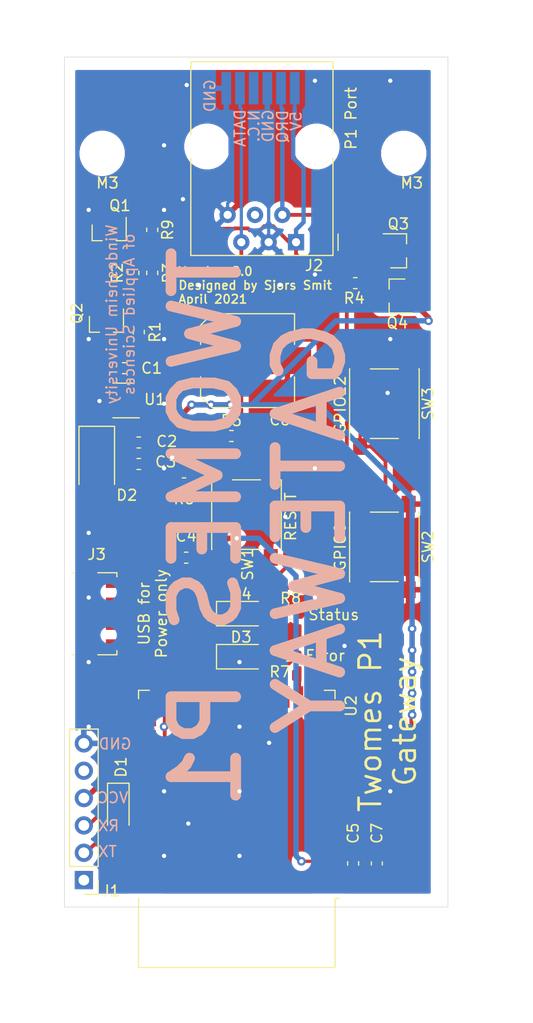
<source format=kicad_pcb>
(kicad_pcb (version 20171130) (host pcbnew "(5.1.7)-1")
  (layers (0 F.Cu signal) (31 B.Cu signal) (34 B.Paste user) (35 F.Paste user) (36 B.SilkS user) (37 F.SilkS user) (38 B.Mask user) (39 F.Mask user) (44 Edge.Cuts user))
  (net 0 "")
  (net 1 GND)
  (net 2 "Net-(C1-Pad1)")
  (net 3 +3V3)
  (net 4 /RESET)
  (net 5 /ESP_RX)
  (net 6 /RX0_5V)
  (net 7 VBUS)
  (net 8 "Net-(D3-Pad2)")
  (net 9 "Net-(D4-Pad2)")
  (net 10 /FTDI_CTS)
  (net 11 /ESP_TX)
  (net 12 /FTDI_DTR)
  (net 13 "Net-(J3-Pad4)")
  (net 14 "Net-(J3-Pad3)")
  (net 15 "Net-(J3-Pad2)")
  (net 16 "Net-(Q1-Pad3)")
  (net 17 +5V)
  (net 18 "Net-(Q1-Pad1)")
  (net 19 /DATA_REQ)
  (net 20 /ESP_DATA_REQ)
  (net 21 /RX_P1)
  (net 22 /LED_ERROR)
  (net 23 /LED_STATUS)
  (net 24 /GPIO0)
  (net 25 /GPIO12)
  (net 26 "Net-(U1-Pad4)")
  (net 27 "Net-(U2-Pad37)")
  (net 28 "Net-(U2-Pad36)")
  (net 29 "Net-(U2-Pad33)")
  (net 30 "Net-(U2-Pad32)")
  (net 31 "Net-(U2-Pad31)")
  (net 32 "Net-(U2-Pad30)")
  (net 33 "Net-(U2-Pad29)")
  (net 34 "Net-(U2-Pad26)")
  (net 35 "Net-(U2-Pad24)")
  (net 36 "Net-(U2-Pad23)")
  (net 37 "Net-(U2-Pad22)")
  (net 38 "Net-(U2-Pad21)")
  (net 39 "Net-(U2-Pad20)")
  (net 40 "Net-(U2-Pad19)")
  (net 41 "Net-(U2-Pad18)")
  (net 42 "Net-(U2-Pad17)")
  (net 43 "Net-(U2-Pad12)")
  (net 44 "Net-(U2-Pad11)")
  (net 45 "Net-(U2-Pad10)")
  (net 46 "Net-(U2-Pad9)")
  (net 47 "Net-(U2-Pad8)")
  (net 48 "Net-(U2-Pad7)")
  (net 49 "Net-(U2-Pad6)")
  (net 50 "Net-(U2-Pad5)")
  (net 51 "Net-(U2-Pad4)")
  (net 52 "Net-(J2-Pad4)")
  (net 53 "Net-(Q3-Pad1)")
  (net 54 "Net-(Q4-Pad2)")
  (net 55 "Net-(R2-Pad1)")
  (net 56 "Net-(R3-Pad2)")
  (net 57 "Net-(J4-Pad4)")
  (module Capacitor_SMD:C_0603_1608Metric (layer F.Cu) (at 95 140.2 90)
    (fp_text reference C7 (at 2.8 0 90) (layer F.SilkS))
    (fp_text value 10uF)
    (pad 2 smd roundrect (at 0.775 0 90) (size 0.9 0.95) (layers F.Cu F.Paste F.Mask) (net 1 GND))
    (pad 1 smd roundrect (at -0.775 0 90) (size 0.9 0.95) (layers F.Cu F.Paste F.Mask) (net 3 +3V3))
  )
  (module Capacitor_SMD:C_0603_1608Metric (layer F.Cu) (at 92.8 140.2 90)
    (fp_text reference C5 (at 2.8 0 90) (layer F.SilkS))
    (fp_text value 100nF)
    (pad 1 smd roundrect (at -0.7875 0 90) (size 0.875 0.95) (layers F.Cu F.Paste F.Mask) (net 3 +3V3))
    (pad 2 smd roundrect (at 0.7875 0 90) (size 0.875 0.95) (layers F.Cu F.Paste F.Mask) (net 1 GND))
  )
  (module Capacitor_SMD:CP_Elec_8x10.5 (layer F.Cu) (at 83 93.5)
    (fp_text reference C6 (at 3 5.5) (layer F.SilkS))
    (fp_text value 470uF)
    (pad 2 smd roundrect (at 3.7 0) (size 4.4 2.5) (layers F.Cu F.Paste F.Mask) (roundrect_rratio 0.1) (net 1 GND))
    (pad 1 smd roundrect (at -3.7 0) (size 4.4 2.5) (layers F.Cu F.Paste F.Mask) (roundrect_rratio 0.1) (net 2 "Net-(C1-Pad1)"))
  )
  (module Diode_SMD:D_SMA (layer F.Cu) (at 69 103 270)
    (fp_text reference D2 (at 3 -2.8 180) (layer F.SilkS))
    (fp_text value SS14)
    (pad 2 smd rect (at 2 0 270) (size 2.5 1.8) (layers F.Cu F.Paste F.Mask) (net 7 VBUS))
    (pad 1 smd rect (at -2 0 270) (size 2.5 1.8) (layers F.Cu F.Paste F.Mask) (net 2 "Net-(C1-Pad1)"))
  )
  (module TwomesGateway:Rj12SMD (layer B.Cu) (at 84.2 68.2)
    (fp_text reference J4 hide)
    (fp_text value Conn_01x06)
    (pad 6 smd rect (at -3.175 0 270) (size 3 0.9) (layers B.Cu B.Paste B.Mask) (net 1 GND))
    (pad 5 smd rect (at -1.905 0 270) (size 3 0.9) (layers B.Cu B.Paste B.Mask) (net 21 /RX_P1))
    (pad 4 smd rect (at -0.635 0 270) (size 3 0.9) (layers B.Cu B.Paste B.Mask) (net 57 "Net-(J4-Pad4)"))
    (pad 3 smd rect (at 0.635 0 270) (size 3 0.9) (layers B.Cu B.Paste B.Mask) (net 1 GND))
    (pad 2 smd rect (at 1.905 0 270) (size 3 0.9) (layers B.Cu B.Paste B.Mask) (net 19 /DATA_REQ))
    (pad 1 smd rect (at 3.175 0 270) (size 3 0.9) (layers B.Cu B.Paste B.Mask) (net 17 +5V))
  )
  (module TwomesGateway:ÙSB_JLC__SHOUHAN_microQTJ (layer F.Cu) (at 73.5 117 270)
    (fp_text reference J3 (at -5.5 4.5 180) (layer F.SilkS))
    (fp_text value USB_B_Micro)
    (pad 6 smd rect (at 3.2 3.2 270) (size 1.625 0.9) (layers F.Cu F.Paste F.Mask) (net 1 GND))
    (pad "" np_thru_hole circle (at 2 3.4 270) (size 0.5 0.5) (drill 0.5) (layers *.Cu *.Mask))
    (pad "" np_thru_hole circle (at -2 3.4 270) (size 0.5 0.5) (drill 0.5) (layers *.Cu *.Mask))
    (pad 5 smd rect (at 1.31 2.73 270) (size 0.4 1.85) (layers F.Cu F.Paste F.Mask) (net 1 GND))
    (pad 4 smd rect (at 0.66 2.73 270) (size 0.4 1.85) (layers F.Cu F.Paste F.Mask) (net 13 "Net-(J3-Pad4)"))
    (pad 3 smd rect (at 0.01 2.73 270) (size 0.4 1.85) (layers F.Cu F.Paste F.Mask) (net 14 "Net-(J3-Pad3)"))
    (pad 6 smd rect (at -3.2 3.2 270) (size 1.625 0.9) (layers F.Cu F.Paste F.Mask) (net 1 GND))
    (pad 2 smd rect (at -0.64 2.73 270) (size 0.4 1.85) (layers F.Cu F.Paste F.Mask) (net 15 "Net-(J3-Pad2)"))
    (pad 1 smd rect (at -1.29 2.73 270) (size 0.4 1.85) (layers F.Cu F.Paste F.Mask) (net 7 VBUS))
    (pad 6 smd rect (at 3.25 5.55 270) (size 1.715 1.3) (layers F.Cu F.Paste F.Mask) (net 1 GND))
    (pad 6 smd rect (at -3.25 5.55 270) (size 1.715 1.3) (layers F.Cu F.Paste F.Mask) (net 1 GND))
  )
  (module Resistor_SMD:R_0603_1608Metric (layer F.Cu) (at 74.15 81.35 270)
    (fp_text reference R9 (at 0 -1.43 90) (layer F.SilkS))
    (fp_text value 1R)
    (pad 2 smd roundrect (at 0.7875 0 270) (size 0.875 0.95) (layers F.Cu F.Paste F.Mask) (net 56 "Net-(R3-Pad2)"))
    (pad 1 smd roundrect (at -0.7875 0 270) (size 0.875 0.95) (layers F.Cu F.Paste F.Mask) (net 17 +5V))
  )
  (module Resistor_SMD:R_0603_1608Metric (layer F.Cu) (at 74.15 85.35 90)
    (fp_text reference R3 (at 0 1.5 90) (layer F.SilkS))
    (fp_text value 1R)
    (pad 2 smd roundrect (at 0.7875 0 90) (size 0.875 0.95) (layers F.Cu F.Paste F.Mask) (net 56 "Net-(R3-Pad2)"))
    (pad 1 smd roundrect (at -0.7875 0 90) (size 0.875 0.95) (layers F.Cu F.Paste F.Mask) (net 55 "Net-(R2-Pad1)"))
  )
  (module Package_TO_SOT_SMD:SOT-23 (layer F.Cu) (at 96.9 87.5 180)
    (fp_text reference Q4 (at 0 -2.5) (layer F.SilkS))
    (fp_text value MMBT3904)
    (pad 3 smd rect (at 1 0 180) (size 0.9 0.8) (layers F.Cu F.Paste F.Mask) (net 53 "Net-(Q3-Pad1)"))
    (pad 2 smd rect (at -1 0.95 180) (size 0.9 0.8) (layers F.Cu F.Paste F.Mask) (net 54 "Net-(Q4-Pad2)"))
    (pad 1 smd rect (at -1 -0.95 180) (size 0.9 0.8) (layers F.Cu F.Paste F.Mask) (net 3 +3V3))
  )
  (module Package_TO_SOT_SMD:SOT-23 (layer F.Cu) (at 97 83.3)
    (fp_text reference Q3 (at 0 -2.5) (layer F.SilkS))
    (fp_text value BC807)
    (pad 3 smd rect (at 1 0) (size 0.9 0.8) (layers F.Cu F.Paste F.Mask) (net 19 /DATA_REQ))
    (pad 2 smd rect (at -1 0.95) (size 0.9 0.8) (layers F.Cu F.Paste F.Mask) (net 17 +5V))
    (pad 1 smd rect (at -1 -0.95) (size 0.9 0.8) (layers F.Cu F.Paste F.Mask) (net 53 "Net-(Q3-Pad1)"))
  )
  (module Capacitor_SMD:C_0603_1608Metric (layer F.Cu) (at 77.3 111.8 180)
    (fp_text reference C4 (at 0 2) (layer F.SilkS))
    (fp_text value 100nF)
    (pad 2 smd roundrect (at 0.7875 0 180) (size 0.875 0.95) (layers F.Cu F.Paste F.Mask) (net 1 GND))
    (pad 1 smd roundrect (at -0.7875 0 180) (size 0.875 0.95) (layers F.Cu F.Paste F.Mask) (net 4 /RESET))
  )
  (module Package_TO_SOT_SMD:SOT-23 (layer F.Cu) (at 69.9 90.1 270)
    (fp_text reference Q2 (at -1 2.75 90) (layer F.SilkS))
    (fp_text value BC807)
    (pad 3 smd rect (at 1 0 270) (size 0.9 0.8) (layers F.Cu F.Paste F.Mask) (net 2 "Net-(C1-Pad1)"))
    (pad 2 smd rect (at -1 0.95 270) (size 0.9 0.8) (layers F.Cu F.Paste F.Mask) (net 18 "Net-(Q1-Pad1)"))
    (pad 1 smd rect (at -1 -0.95 270) (size 0.9 0.8) (layers F.Cu F.Paste F.Mask) (net 16 "Net-(Q1-Pad3)"))
  )
  (module Package_TO_SOT_SMD:SOT-23 (layer F.Cu) (at 70.15 81.6 270)
    (fp_text reference Q1 (at -2.5 -1 180) (layer F.SilkS))
    (fp_text value BC807)
    (pad 3 smd rect (at 1 0 270) (size 0.9 0.8) (layers F.Cu F.Paste F.Mask) (net 16 "Net-(Q1-Pad3)"))
    (pad 2 smd rect (at -1 0.95 270) (size 0.9 0.8) (layers F.Cu F.Paste F.Mask) (net 17 +5V))
    (pad 1 smd rect (at -1 -0.95 270) (size 0.9 0.8) (layers F.Cu F.Paste F.Mask) (net 18 "Net-(Q1-Pad1)"))
  )
  (module MountingHole:MountingHole_3.2mm_M3 (layer F.Cu) (at 69.5 74.25)
    (fp_text reference M3 (at 0.5 2.75) (layer F.SilkS))
    (fp_text value MountingHole_3.2mm_M3)
    (pad 1 np_thru_hole circle (at 0 0) (size 3.2 3.2) (drill 3.2) (layers *.Cu *.Mask))
  )
  (module MountingHole:MountingHole_3.2mm_M3 (layer F.Cu) (at 97.5 74.25)
    (fp_text reference M3 (at 0.75 2.75) (layer F.SilkS))
    (fp_text value MountingHole_3.2mm_M3)
    (pad 1 np_thru_hole circle (at 0 0) (size 3.2 3.2) (drill 3.2) (layers *.Cu *.Mask))
  )
  (module Connector_RJ:RJ12_Amphenol_54601 (layer F.Cu) (at 87.5 82.5 180)
    (fp_text reference J2 (at -1.67 -2.16) (layer F.SilkS))
    (fp_text value RJ12-6P6C)
    (pad 1 thru_hole rect (at 0 0 180) (size 1.52 1.52) (drill 0.76) (layers *.Cu *.Mask) (net 17 +5V))
    (pad "" np_thru_hole circle (at -1.91 8.89 180) (size 3.25 3.25) (drill 3.25) (layers *.Cu *.Mask))
    (pad 2 thru_hole circle (at 1.27 2.54 180) (size 1.52 1.52) (drill 0.76) (layers *.Cu *.Mask) (net 19 /DATA_REQ))
    (pad 3 thru_hole circle (at 2.54 0 180) (size 1.52 1.52) (drill 0.76) (layers *.Cu *.Mask) (net 1 GND))
    (pad 4 thru_hole circle (at 3.81 2.54 180) (size 1.52 1.52) (drill 0.76) (layers *.Cu *.Mask) (net 52 "Net-(J2-Pad4)"))
    (pad 5 thru_hole circle (at 5.08 0 180) (size 1.52 1.52) (drill 0.76) (layers *.Cu *.Mask) (net 21 /RX_P1))
    (pad 6 thru_hole circle (at 6.35 2.54 180) (size 1.52 1.52) (drill 0.76) (layers *.Cu *.Mask) (net 1 GND))
    (pad "" np_thru_hole circle (at 8.25 8.89 180) (size 3.25 3.25) (drill 3.25) (layers *.Cu *.Mask))
  )
  (module Diode_SMD:D_SOD-123 (layer F.Cu) (at 71 135 270)
    (fp_text reference D1 (at -3.75 -0.25 90) (layer F.SilkS))
    (fp_text value 1N4148W)
    (pad 2 smd rect (at 1.65 0 270) (size 0.9 1.2) (layers F.Cu F.Paste F.Mask) (net 5 /ESP_RX))
    (pad 1 smd rect (at -1.65 0 270) (size 0.9 1.2) (layers F.Cu F.Paste F.Mask) (net 6 /RX0_5V))
  )
  (module RF_Module:ESP32-WROOM-32 (layer F.Cu) (at 82 134 180)
    (fp_text reference U2 (at -10.61 8.43 90) (layer F.SilkS))
    (fp_text value ESP32-WROOM-32D)
    (pad 38 smd rect (at 8.5 -8.255 180) (size 2 0.9) (layers F.Cu F.Paste F.Mask) (net 1 GND))
    (pad 37 smd rect (at 8.5 -6.985 180) (size 2 0.9) (layers F.Cu F.Paste F.Mask) (net 27 "Net-(U2-Pad37)"))
    (pad 36 smd rect (at 8.5 -5.715 180) (size 2 0.9) (layers F.Cu F.Paste F.Mask) (net 28 "Net-(U2-Pad36)"))
    (pad 35 smd rect (at 8.5 -4.445 180) (size 2 0.9) (layers F.Cu F.Paste F.Mask) (net 11 /ESP_TX))
    (pad 34 smd rect (at 8.5 -3.175 180) (size 2 0.9) (layers F.Cu F.Paste F.Mask) (net 5 /ESP_RX))
    (pad 33 smd rect (at 8.5 -1.905 180) (size 2 0.9) (layers F.Cu F.Paste F.Mask) (net 29 "Net-(U2-Pad33)"))
    (pad 32 smd rect (at 8.5 -0.635 180) (size 2 0.9) (layers F.Cu F.Paste F.Mask) (net 30 "Net-(U2-Pad32)"))
    (pad 31 smd rect (at 8.5 0.635 180) (size 2 0.9) (layers F.Cu F.Paste F.Mask) (net 31 "Net-(U2-Pad31)"))
    (pad 30 smd rect (at 8.5 1.905 180) (size 2 0.9) (layers F.Cu F.Paste F.Mask) (net 32 "Net-(U2-Pad30)"))
    (pad 29 smd rect (at 8.5 3.175 180) (size 2 0.9) (layers F.Cu F.Paste F.Mask) (net 33 "Net-(U2-Pad29)"))
    (pad 28 smd rect (at 8.5 4.445 180) (size 2 0.9) (layers F.Cu F.Paste F.Mask) (net 20 /ESP_DATA_REQ))
    (pad 27 smd rect (at 8.5 5.715 180) (size 2 0.9) (layers F.Cu F.Paste F.Mask) (net 21 /RX_P1))
    (pad 26 smd rect (at 8.5 6.985 180) (size 2 0.9) (layers F.Cu F.Paste F.Mask) (net 34 "Net-(U2-Pad26)"))
    (pad 25 smd rect (at 8.5 8.255 180) (size 2 0.9) (layers F.Cu F.Paste F.Mask) (net 24 /GPIO0))
    (pad 24 smd rect (at 5.715 9.255 270) (size 2 0.9) (layers F.Cu F.Paste F.Mask) (net 35 "Net-(U2-Pad24)"))
    (pad 23 smd rect (at 4.445 9.255 270) (size 2 0.9) (layers F.Cu F.Paste F.Mask) (net 36 "Net-(U2-Pad23)"))
    (pad 22 smd rect (at 3.175 9.255 270) (size 2 0.9) (layers F.Cu F.Paste F.Mask) (net 37 "Net-(U2-Pad22)"))
    (pad 21 smd rect (at 1.905 9.255 270) (size 2 0.9) (layers F.Cu F.Paste F.Mask) (net 38 "Net-(U2-Pad21)"))
    (pad 20 smd rect (at 0.635 9.255 270) (size 2 0.9) (layers F.Cu F.Paste F.Mask) (net 39 "Net-(U2-Pad20)"))
    (pad 19 smd rect (at -0.635 9.255 270) (size 2 0.9) (layers F.Cu F.Paste F.Mask) (net 40 "Net-(U2-Pad19)"))
    (pad 18 smd rect (at -1.905 9.255 270) (size 2 0.9) (layers F.Cu F.Paste F.Mask) (net 41 "Net-(U2-Pad18)"))
    (pad 17 smd rect (at -3.175 9.255 270) (size 2 0.9) (layers F.Cu F.Paste F.Mask) (net 42 "Net-(U2-Pad17)"))
    (pad 16 smd rect (at -4.445 9.255 270) (size 2 0.9) (layers F.Cu F.Paste F.Mask) (net 22 /LED_ERROR))
    (pad 15 smd rect (at -5.715 9.255 270) (size 2 0.9) (layers F.Cu F.Paste F.Mask) (net 1 GND))
    (pad 14 smd rect (at -8.5 8.255 180) (size 2 0.9) (layers F.Cu F.Paste F.Mask) (net 25 /GPIO12))
    (pad 13 smd rect (at -8.5 6.985 180) (size 2 0.9) (layers F.Cu F.Paste F.Mask) (net 23 /LED_STATUS))
    (pad 12 smd rect (at -8.5 5.715 180) (size 2 0.9) (layers F.Cu F.Paste F.Mask) (net 43 "Net-(U2-Pad12)"))
    (pad 11 smd rect (at -8.5 4.445 180) (size 2 0.9) (layers F.Cu F.Paste F.Mask) (net 44 "Net-(U2-Pad11)"))
    (pad 10 smd rect (at -8.5 3.175 180) (size 2 0.9) (layers F.Cu F.Paste F.Mask) (net 45 "Net-(U2-Pad10)"))
    (pad 9 smd rect (at -8.5 1.905 180) (size 2 0.9) (layers F.Cu F.Paste F.Mask) (net 46 "Net-(U2-Pad9)"))
    (pad 8 smd rect (at -8.5 0.635 180) (size 2 0.9) (layers F.Cu F.Paste F.Mask) (net 47 "Net-(U2-Pad8)"))
    (pad 7 smd rect (at -8.5 -0.635 180) (size 2 0.9) (layers F.Cu F.Paste F.Mask) (net 48 "Net-(U2-Pad7)"))
    (pad 6 smd rect (at -8.5 -1.905 180) (size 2 0.9) (layers F.Cu F.Paste F.Mask) (net 49 "Net-(U2-Pad6)"))
    (pad 5 smd rect (at -8.5 -3.175 180) (size 2 0.9) (layers F.Cu F.Paste F.Mask) (net 50 "Net-(U2-Pad5)"))
    (pad 4 smd rect (at -8.5 -4.445 180) (size 2 0.9) (layers F.Cu F.Paste F.Mask) (net 51 "Net-(U2-Pad4)"))
    (pad 3 smd rect (at -8.5 -5.715 180) (size 2 0.9) (layers F.Cu F.Paste F.Mask) (net 4 /RESET))
    (pad 2 smd rect (at -8.5 -6.985 180) (size 2 0.9) (layers F.Cu F.Paste F.Mask) (net 3 +3V3))
    (pad 1 smd rect (at -8.5 -8.255 180) (size 2 0.9) (layers F.Cu F.Paste F.Mask) (net 1 GND))
    (pad 39 smd rect (at -1 -0.755 180) (size 5 5) (layers F.Cu F.Paste F.Mask) (net 1 GND))
  )
  (module Package_TO_SOT_SMD:SOT-23-5 (layer F.Cu) (at 71.4 97.2 180)
    (fp_text reference U1 (at -3 0.1) (layer F.SilkS))
    (fp_text value AP7365-33WG-7)
    (pad 5 smd rect (at 1.1 -0.95 180) (size 1.06 0.65) (layers F.Cu F.Paste F.Mask) (net 3 +3V3))
    (pad 4 smd rect (at 1.1 0.95 180) (size 1.06 0.65) (layers F.Cu F.Paste F.Mask) (net 26 "Net-(U1-Pad4)"))
    (pad 3 smd rect (at -1.1 0.95 180) (size 1.06 0.65) (layers F.Cu F.Paste F.Mask) (net 2 "Net-(C1-Pad1)"))
    (pad 2 smd rect (at -1.1 0 180) (size 1.06 0.65) (layers F.Cu F.Paste F.Mask) (net 1 GND))
    (pad 1 smd rect (at -1.1 -0.95 180) (size 1.06 0.65) (layers F.Cu F.Paste F.Mask) (net 2 "Net-(C1-Pad1)"))
  )
  (module Button_Switch_SMD:SW_Push_1P1T_NO_6x6mm_H9.5mm (layer F.Cu) (at 95.7 97.5 270)
    (fp_text reference SW3 (at 0 -4.05 90) (layer F.SilkS))
    (fp_text value SW_Push)
    (pad 2 smd rect (at 3.975 2.25 270) (size 1.55 1.3) (layers F.Cu F.Paste F.Mask) (net 25 /GPIO12))
    (pad 1 smd rect (at 3.975 -2.25 270) (size 1.55 1.3) (layers F.Cu F.Paste F.Mask) (net 1 GND))
    (pad 1 smd rect (at -3.975 -2.25 270) (size 1.55 1.3) (layers F.Cu F.Paste F.Mask) (net 1 GND))
    (pad 2 smd rect (at -3.975 2.25 270) (size 1.55 1.3) (layers F.Cu F.Paste F.Mask) (net 25 /GPIO12))
  )
  (module Button_Switch_SMD:SW_Push_1P1T_NO_6x6mm_H9.5mm (layer F.Cu) (at 95.7 110.8 270)
    (fp_text reference SW2 (at 0 -4.05 90) (layer F.SilkS))
    (fp_text value SW_Push)
    (pad 2 smd rect (at 3.975 2.25 270) (size 1.55 1.3) (layers F.Cu F.Paste F.Mask) (net 24 /GPIO0))
    (pad 1 smd rect (at 3.975 -2.25 270) (size 1.55 1.3) (layers F.Cu F.Paste F.Mask) (net 1 GND))
    (pad 1 smd rect (at -3.975 -2.25 270) (size 1.55 1.3) (layers F.Cu F.Paste F.Mask) (net 1 GND))
    (pad 2 smd rect (at -3.975 2.25 270) (size 1.55 1.3) (layers F.Cu F.Paste F.Mask) (net 24 /GPIO0))
  )
  (module Button_Switch_SMD:SW_Push_1P1T_NO_6x6mm_H9.5mm (layer F.Cu) (at 82.9 107.8 270)
    (fp_text reference SW1 (at 4.6 -0.1 90) (layer F.SilkS))
    (fp_text value SW_Push)
    (pad 2 smd rect (at 3.975 2.25 270) (size 1.55 1.3) (layers F.Cu F.Paste F.Mask) (net 4 /RESET))
    (pad 1 smd rect (at 3.975 -2.25 270) (size 1.55 1.3) (layers F.Cu F.Paste F.Mask) (net 1 GND))
    (pad 1 smd rect (at -3.975 -2.25 270) (size 1.55 1.3) (layers F.Cu F.Paste F.Mask) (net 1 GND))
    (pad 2 smd rect (at -3.975 2.25 270) (size 1.55 1.3) (layers F.Cu F.Paste F.Mask) (net 4 /RESET))
  )
  (module Resistor_SMD:R_0603_1608Metric (layer F.Cu) (at 87 117)
    (fp_text reference R8 (at 0 -1.43) (layer F.SilkS))
    (fp_text value 1k)
    (pad 2 smd roundrect (at 0.7875 0) (size 0.875 0.95) (layers F.Cu F.Paste F.Mask) (net 23 /LED_STATUS))
    (pad 1 smd roundrect (at -0.7875 0) (size 0.875 0.95) (layers F.Cu F.Paste F.Mask) (net 9 "Net-(D4-Pad2)"))
  )
  (module Resistor_SMD:R_0603_1608Metric (layer F.Cu) (at 86.7875 120.9)
    (fp_text reference R7 (at -0.7875 1.5) (layer F.SilkS))
    (fp_text value 1k)
    (pad 2 smd roundrect (at 0.7875 0) (size 0.875 0.95) (layers F.Cu F.Paste F.Mask) (net 22 /LED_ERROR))
    (pad 1 smd roundrect (at -0.7875 0) (size 0.875 0.95) (layers F.Cu F.Paste F.Mask) (net 8 "Net-(D3-Pad2)"))
  )
  (module Resistor_SMD:R_0603_1608Metric (layer F.Cu) (at 77.1 104.9 180)
    (fp_text reference R6 (at 0 -1.43) (layer F.SilkS))
    (fp_text value 10k)
    (pad 2 smd roundrect (at 0.7875 0 180) (size 0.875 0.95) (layers F.Cu F.Paste F.Mask) (net 3 +3V3))
    (pad 1 smd roundrect (at -0.7875 0 180) (size 0.875 0.95) (layers F.Cu F.Paste F.Mask) (net 4 /RESET))
  )
  (module Resistor_SMD:R_0603_1608Metric (layer F.Cu) (at 81.5 100.5)
    (fp_text reference R5 (at 0 -1.43) (layer F.SilkS))
    (fp_text value 10k)
    (pad 2 smd roundrect (at 0.7875 0) (size 0.875 0.95) (layers F.Cu F.Paste F.Mask) (net 21 /RX_P1))
    (pad 1 smd roundrect (at -0.7875 0) (size 0.875 0.95) (layers F.Cu F.Paste F.Mask) (net 3 +3V3))
  )
  (module Resistor_SMD:R_0603_1608Metric (layer F.Cu) (at 93 86.3)
    (fp_text reference R4 (at -0.1 1.4) (layer F.SilkS))
    (fp_text value 2.2k)
    (pad 2 smd roundrect (at 0.7875 0) (size 0.875 0.95) (layers F.Cu F.Paste F.Mask) (net 54 "Net-(Q4-Pad2)"))
    (pad 1 smd roundrect (at -0.7875 0) (size 0.875 0.95) (layers F.Cu F.Paste F.Mask) (net 20 /ESP_DATA_REQ))
  )
  (module Resistor_SMD:R_0603_1608Metric (layer F.Cu) (at 72.4 85.35 90)
    (fp_text reference R2 (at 0 -1.5 90) (layer F.SilkS))
    (fp_text value 1R)
    (pad 2 smd roundrect (at 0.7875 0 90) (size 0.875 0.95) (layers F.Cu F.Paste F.Mask) (net 18 "Net-(Q1-Pad1)"))
    (pad 1 smd roundrect (at -0.7875 0 90) (size 0.875 0.95) (layers F.Cu F.Paste F.Mask) (net 55 "Net-(R2-Pad1)"))
  )
  (module Resistor_SMD:R_0603_1608Metric (layer F.Cu) (at 72.9 90.85 90)
    (fp_text reference R1 (at 0 1.5 90) (layer F.SilkS))
    (fp_text value 1k)
    (pad 2 smd roundrect (at 0.7875 0 90) (size 0.875 0.95) (layers F.Cu F.Paste F.Mask) (net 16 "Net-(Q1-Pad3)"))
    (pad 1 smd roundrect (at -0.7875 0 90) (size 0.875 0.95) (layers F.Cu F.Paste F.Mask) (net 1 GND))
  )
  (module Connector_PinHeader_2.54mm:PinHeader_1x06_P2.54mm_Vertical (layer F.Cu) (at 67.8 141.75 180)
    (fp_text reference J1 (at -2.5 -1) (layer F.SilkS))
    (fp_text value "FTDI header")
    (pad 6 thru_hole oval (at 0 12.7 180) (size 1.7 1.7) (drill 1) (layers *.Cu *.Mask) (net 1 GND))
    (pad 5 thru_hole oval (at 0 10.16 180) (size 1.7 1.7) (drill 1) (layers *.Cu *.Mask) (net 10 /FTDI_CTS))
    (pad 4 thru_hole oval (at 0 7.62 180) (size 1.7 1.7) (drill 1) (layers *.Cu *.Mask) (net 7 VBUS))
    (pad 3 thru_hole oval (at 0 5.08 180) (size 1.7 1.7) (drill 1) (layers *.Cu *.Mask) (net 6 /RX0_5V))
    (pad 2 thru_hole oval (at 0 2.54 180) (size 1.7 1.7) (drill 1) (layers *.Cu *.Mask) (net 11 /ESP_TX))
    (pad 1 thru_hole rect (at 0 0 180) (size 1.7 1.7) (drill 1) (layers *.Cu *.Mask) (net 12 /FTDI_DTR))
  )
  (module LED_SMD:LED_1206_3216Metric (layer F.Cu) (at 82.4 117)
    (fp_text reference D4 (at 0 -1.82) (layer F.SilkS))
    (fp_text value LED_GREEN)
    (pad 2 smd roundrect (at 1.4 0) (size 1.25 1.75) (layers F.Cu F.Paste F.Mask) (roundrect_rratio 0.2) (net 9 "Net-(D4-Pad2)"))
    (pad 1 smd roundrect (at -1.4 0) (size 1.25 1.75) (layers F.Cu F.Paste F.Mask) (roundrect_rratio 0.2) (net 1 GND))
  )
  (module LED_SMD:LED_1206_3216Metric (layer F.Cu) (at 82.4 121)
    (fp_text reference D3 (at 0 -1.82) (layer F.SilkS))
    (fp_text value LED_RED)
    (pad 2 smd roundrect (at 1.4 0) (size 1.25 1.75) (layers F.Cu F.Paste F.Mask) (roundrect_rratio 0.2) (net 8 "Net-(D3-Pad2)"))
    (pad 1 smd roundrect (at -1.4 0) (size 1.25 1.75) (layers F.Cu F.Paste F.Mask) (roundrect_rratio 0.2) (net 1 GND))
  )
  (module Capacitor_SMD:C_0603_1608Metric (layer F.Cu) (at 72.9 103.1)
    (fp_text reference C3 (at 2.5 -0.2) (layer F.SilkS))
    (fp_text value 100nF)
    (pad 2 smd roundrect (at 0.7875 0) (size 0.875 0.95) (layers F.Cu F.Paste F.Mask) (net 1 GND))
    (pad 1 smd roundrect (at -0.7875 0) (size 0.875 0.95) (layers F.Cu F.Paste F.Mask) (net 3 +3V3))
  )
  (module Capacitor_SMD:C_0603_1608Metric (layer F.Cu) (at 72.9 101.1)
    (fp_text reference C2 (at 2.6 -0.1) (layer F.SilkS))
    (fp_text value 1uF)
    (pad 2 smd roundrect (at 0.7875 0) (size 0.875 0.95) (layers F.Cu F.Paste F.Mask) (net 1 GND))
    (pad 1 smd roundrect (at -0.7875 0) (size 0.875 0.95) (layers F.Cu F.Paste F.Mask) (net 3 +3V3))
  )
  (module Capacitor_SMD:C_0603_1608Metric (layer F.Cu) (at 71.55 94.2)
    (fp_text reference C1 (at 2.55 0) (layer F.SilkS))
    (fp_text value 1uF)
    (pad 2 smd roundrect (at 0.7875 0) (size 0.875 0.95) (layers F.Cu F.Paste F.Mask) (net 1 GND))
    (pad 1 smd roundrect (at -0.7875 0) (size 0.875 0.95) (layers F.Cu F.Paste F.Mask) (net 2 "Net-(C1-Pad1)"))
  )
  (gr_text "Windesheim University\nof Applied Sciences" (at 71.2 89.2 90) (layer B.SilkS) (effects (font (size 1 1)) (justify mirror)))
  (gr_text "TWOMES P1\nGATEWAY" (at 84 109 90) (layer B.SilkS) (effects (font (size 6 6) (thickness 1)) (justify mirror)))
  (gr_text "V2.0\nApril 2021\nTwomes P1\nGateway" (at 67.15 69.2) (layer F.Cu) (effects (font (size 0.8 0.8)) (justify left)))
  (gr_text "Version 2.0\nDesigned by Sjors Smit\nApril 2021" (at 76.5 86.5) (layer F.SilkS) (effects (font (size 0.8 0.8)) (justify left)))
  (gr_text "Twomes P1\nGateway" (at 96 127 90) (layer F.SilkS) (effects (font (size 2 2) (thickness 0.25))))
  (gr_text "USB for\nPower only" (at 74.2 117 90) (layer F.SilkS) (effects (font (size 1 1))))
  (gr_text Status (at 91 117.1) (layer F.SilkS) (effects (font (size 1 1))))
  (gr_text Error (at 90.2 120.9) (layer F.SilkS) (effects (font (size 1 1))))
  (gr_text "P1 Port" (at 92.6 71 90) (layer F.SilkS) (effects (font (size 1 1))))
  (gr_text TX (at 70 139.1) (layer B.SilkS) (effects (font (size 1 1)) (justify mirror)))
  (gr_text RX (at 70.1 136.7) (layer B.SilkS) (effects (font (size 1 1)) (justify mirror)))
  (gr_text VCC (at 70.5 134.1) (layer B.SilkS) (effects (font (size 1 1)) (justify mirror)))
  (gr_text GND (at 70.7 129.1) (layer B.SilkS) (effects (font (size 1 1)) (justify mirror)))
  (gr_text GND (at 79.5 68.9 90) (layer B.SilkS) (effects (font (size 1 1)) (justify mirror)))
  (gr_text "DATA\n" (at 82.3 71.9 90) (layer B.SilkS) (effects (font (size 1 1)) (justify mirror)))
  (gr_text N.C. (at 83.6 71.7 90) (layer B.SilkS) (effects (font (size 1 1)) (justify mirror)))
  (gr_text GND (at 84.9 71.7 90) (layer B.SilkS) (effects (font (size 1 1)) (justify mirror)))
  (gr_text DRQ (at 86.25 71.75 90) (layer B.SilkS) (effects (font (size 1 1)) (justify mirror)))
  (gr_text 5V (at 87.5 71.25 90) (layer B.SilkS) (effects (font (size 1 1)) (justify mirror)))
  (gr_text GPIO12 (at 91.6 97.6 90) (layer F.SilkS) (effects (font (size 1 1))))
  (gr_text GPIO0 (at 91.6 110.8 90) (layer F.SilkS) (effects (font (size 1 1))))
  (gr_text RESET (at 87 108 90) (layer F.SilkS) (effects (font (size 1 1))))
  (gr_line (start 66 65.3) (end 66 70.75) (layer Edge.Cuts) (width 0.05))
  (gr_line (start 101.6 70.75) (end 101.6 65.3) (layer Edge.Cuts) (width 0.05))
  (gr_line (start 101.6 65.3) (end 101 65.3) (layer Edge.Cuts) (width 0.05))
  (gr_line (start 101 144.25) (end 101.6 144.25) (layer Edge.Cuts) (width 0.05))
  (gr_line (start 66 65.3) (end 101 65.3) (layer Edge.Cuts) (width 0.05))
  (gr_line (start 66 144.25) (end 101 144.25) (layer Edge.Cuts) (width 0.05))
  (gr_line (start 101.6 144.25) (end 101.6 70.75) (layer Edge.Cuts) (width 0.05))
  (gr_line (start 66 70.75) (end 66 144.25) (layer Edge.Cuts) (width 0.05))
  (via (at 69.25 97.25) (size 0.8) (drill 0.4) (layers F.Cu B.Cu) (net 1))
  (segment (start 70.77 118.31) (end 71.31 118.31) (width 0.2) (layer F.Cu) (net 1))
  (segment (start 71.31 118.31) (end 71.6 118.6) (width 0.2) (layer F.Cu) (net 1))
  (segment (start 71.6 118.6) (end 71.6 119.2) (width 0.2) (layer F.Cu) (net 1))
  (segment (start 84.96 70.125) (end 84.835 70) (width 0.3) (layer B.Cu) (net 1))
  (segment (start 84.96 82.5) (end 84.96 70.125) (width 0.3) (layer B.Cu) (net 1))
  (segment (start 81.025 71.8) (end 81.025 70) (width 0.3) (layer B.Cu) (net 1))
  (segment (start 81.375001 72.150001) (end 81.025 71.8) (width 0.3) (layer B.Cu) (net 1))
  (segment (start 81.15 78.885198) (end 81.375001 78.660197) (width 0.3) (layer B.Cu) (net 1))
  (segment (start 81.375001 78.660197) (end 81.375001 72.150001) (width 0.3) (layer B.Cu) (net 1))
  (segment (start 81.15 79.96) (end 81.15 78.885198) (width 0.3) (layer B.Cu) (net 1))
  (segment (start 84.835 70) (end 84.835 68.2) (width 0.3) (layer B.Cu) (net 1))
  (segment (start 81.025 70) (end 81.025 68.2) (width 0.3) (layer B.Cu) (net 1))
  (via (at 96 96.5) (size 0.8) (drill 0.4) (layers F.Cu B.Cu) (net 1))
  (via (at 86 86.45) (size 0.8) (drill 0.4) (layers F.Cu B.Cu) (net 1))
  (via (at 78.5 86.5) (size 0.8) (drill 0.4) (layers F.Cu B.Cu) (net 1))
  (via (at 77 78.5) (size 0.8) (drill 0.4) (layers F.Cu B.Cu) (net 1))
  (via (at 77.5 136.5) (size 0.8) (drill 0.4) (layers F.Cu B.Cu) (net 1))
  (via (at 85 129) (size 0.8) (drill 0.4) (layers F.Cu B.Cu) (net 1))
  (via (at 92 120) (size 0.8) (drill 0.4) (layers F.Cu B.Cu) (net 1))
  (via (at 86.5 108) (size 0.8) (drill 0.4) (layers F.Cu B.Cu) (net 1))
  (via (at 76 102.5) (size 0.8) (drill 0.4) (layers F.Cu B.Cu) (net 1))
  (segment (start 72.45 97.25) (end 72.5 97.2) (width 0.3) (layer F.Cu) (net 1))
  (segment (start 69.25 97.25) (end 72.45 97.25) (width 0.3) (layer F.Cu) (net 1))
  (via (at 77.35 67.9) (size 0.8) (drill 0.4) (layers F.Cu B.Cu) (net 1))
  (via (at 89.25 67.5) (size 0.8) (drill 0.4) (layers F.Cu B.Cu) (net 1))
  (via (at 96.25 67.5) (size 0.8) (drill 0.4) (layers F.Cu B.Cu) (net 1))
  (via (at 75.25 73.5) (size 0.8) (drill 0.4) (layers F.Cu B.Cu) (net 1))
  (via (at 68.25 79.5) (size 0.8) (drill 0.4) (layers F.Cu B.Cu) (net 1))
  (via (at 75.25 79.5) (size 0.8) (drill 0.4) (layers F.Cu B.Cu) (net 1))
  (via (at 89.25 85.5) (size 0.8) (drill 0.4) (layers F.Cu B.Cu) (net 1))
  (via (at 68.25 91.5) (size 0.8) (drill 0.4) (layers F.Cu B.Cu) (net 1))
  (via (at 75.25 91.5) (size 0.8) (drill 0.4) (layers F.Cu B.Cu) (net 1))
  (via (at 96.25 91.5) (size 0.8) (drill 0.4) (layers F.Cu B.Cu) (net 1))
  (via (at 75.25 97.5) (size 0.8) (drill 0.4) (layers F.Cu B.Cu) (net 1))
  (via (at 75.25 103.5) (size 0.8) (drill 0.4) (layers F.Cu B.Cu) (net 1))
  (via (at 89.25 103.5) (size 0.8) (drill 0.4) (layers F.Cu B.Cu) (net 1))
  (via (at 68.25 109.5) (size 0.8) (drill 0.4) (layers F.Cu B.Cu) (net 1))
  (via (at 68.25 115.5) (size 0.8) (drill 0.4) (layers F.Cu B.Cu) (net 1))
  (via (at 89.25 115.5) (size 0.8) (drill 0.4) (layers F.Cu B.Cu) (net 1))
  (via (at 68.25 121.5) (size 0.8) (drill 0.4) (layers F.Cu B.Cu) (net 1))
  (via (at 82.25 121.5) (size 0.8) (drill 0.4) (layers F.Cu B.Cu) (net 1))
  (via (at 68.25 127.5) (size 0.8) (drill 0.4) (layers F.Cu B.Cu) (net 1))
  (via (at 82.25 127.5) (size 0.8) (drill 0.4) (layers F.Cu B.Cu) (net 1))
  (via (at 96.25 127.5) (size 0.8) (drill 0.4) (layers F.Cu B.Cu) (net 1))
  (via (at 75.25 133.5) (size 0.8) (drill 0.4) (layers F.Cu B.Cu) (net 1))
  (via (at 82.25 133.5) (size 0.8) (drill 0.4) (layers F.Cu B.Cu) (net 1))
  (via (at 96.25 133.5) (size 0.8) (drill 0.4) (layers F.Cu B.Cu) (net 1))
  (via (at 75.25 139.5) (size 0.8) (drill 0.4) (layers F.Cu B.Cu) (net 1))
  (via (at 82.25 139.5) (size 0.8) (drill 0.4) (layers F.Cu B.Cu) (net 1))
  (segment (start 97.95 93.525) (end 97.95 101.475) (width 0.3) (layer F.Cu) (net 1))
  (segment (start 70.7625 92.7625) (end 70.7625 94.2) (width 0.5) (layer F.Cu) (net 2))
  (segment (start 69.9 91.1) (end 69.9 91.9) (width 0.5) (layer F.Cu) (net 2))
  (segment (start 69.9 91.9) (end 70.7625 92.7625) (width 0.5) (layer F.Cu) (net 2))
  (segment (start 70.7625 94.5125) (end 72.5 96.25) (width 0.5) (layer F.Cu) (net 2))
  (segment (start 70.7625 94.2) (end 70.7625 94.5125) (width 0.5) (layer F.Cu) (net 2))
  (segment (start 73.38 96.25) (end 73.65 96.52) (width 0.5) (layer F.Cu) (net 2))
  (segment (start 72.5 96.25) (end 73.38 96.25) (width 0.5) (layer F.Cu) (net 2))
  (segment (start 73.38 98.15) (end 72.5 98.15) (width 0.5) (layer F.Cu) (net 2))
  (segment (start 73.65 97.88) (end 73.38 98.15) (width 0.5) (layer F.Cu) (net 2))
  (segment (start 73.65 96.52) (end 73.65 97.88) (width 0.5) (layer F.Cu) (net 2))
  (segment (start 69.9 94.2) (end 70.7625 94.2) (width 0.5) (layer F.Cu) (net 2))
  (segment (start 67.7 96.4) (end 69.9 94.2) (width 0.5) (layer F.Cu) (net 2))
  (segment (start 67.7 99.1) (end 67.7 96.4) (width 0.5) (layer F.Cu) (net 2))
  (segment (start 69 101) (end 69 100.4) (width 0.5) (layer F.Cu) (net 2))
  (segment (start 69 100.4) (end 67.7 99.1) (width 0.5) (layer F.Cu) (net 2))
  (segment (start 75.1 96.25) (end 73.38 96.25) (width 0.5) (layer F.Cu) (net 2))
  (segment (start 78.7 92.65) (end 75.1 96.25) (width 0.5) (layer F.Cu) (net 2))
  (via (at 79.6 97.6) (size 0.8) (drill 0.4) (layers F.Cu B.Cu) (net 3))
  (segment (start 72.1125 101.1) (end 72.1125 103.1) (width 0.5) (layer F.Cu) (net 3))
  (segment (start 95.215 140.985) (end 90.5 140.985) (width 0.5) (layer F.Cu) (net 3))
  (segment (start 96.5 139.7) (end 95.215 140.985) (width 0.5) (layer F.Cu) (net 3))
  (segment (start 96.5 139.7) (end 98.27501 137.92499) (width 0.5) (layer F.Cu) (net 3))
  (segment (start 72.1125 99.7575) (end 70.505 98.15) (width 0.5) (layer F.Cu) (net 3))
  (segment (start 70.505 98.15) (end 70.3 98.15) (width 0.5) (layer F.Cu) (net 3))
  (segment (start 72.1125 101.1) (end 72.1125 99.7575) (width 0.5) (layer F.Cu) (net 3))
  (segment (start 73.8375 105.3) (end 72.1125 103.575) (width 0.5) (layer F.Cu) (net 3))
  (segment (start 72.1125 103.575) (end 72.1125 103.1) (width 0.5) (layer F.Cu) (net 3))
  (segment (start 76.1125 105.3) (end 73.8375 105.3) (width 0.5) (layer F.Cu) (net 3))
  (segment (start 80.7125 100.5) (end 76.4 100.5) (width 0.5) (layer F.Cu) (net 3))
  (segment (start 75.6575 99.7575) (end 72.1125 99.7575) (width 0.5) (layer F.Cu) (net 3))
  (segment (start 76.4 100.5) (end 75.6575 99.7575) (width 0.5) (layer F.Cu) (net 3))
  (segment (start 98.27501 137.92499) (end 98.27501 126.32499) (width 0.5) (layer F.Cu) (net 3))
  (segment (start 98.75 88.45) (end 97.9 88.45) (width 0.5) (layer F.Cu) (net 3))
  (segment (start 99.8 89.5) (end 98.75 88.45) (width 0.5) (layer F.Cu) (net 3))
  (segment (start 98.27501 122.72499) (end 98.27501 122.72499) (width 0.5) (layer F.Cu) (net 3))
  (segment (start 99.8 89.8) (end 99.8 89.5) (width 0.5) (layer F.Cu) (net 3))
  (via (at 99.8 89.8) (size 0.8) (drill 0.4) (layers F.Cu B.Cu) (net 3))
  (segment (start 99.8 89.8) (end 91.2 89.8) (width 0.5) (layer B.Cu) (net 3))
  (segment (start 91.2 89.8) (end 83.4 97.6) (width 0.5) (layer B.Cu) (net 3))
  (segment (start 83.4 97.6) (end 79.6 97.6) (width 0.5) (layer B.Cu) (net 3))
  (segment (start 77.815 97.6) (end 75.6575 99.7575) (width 0.5) (layer F.Cu) (net 3))
  (segment (start 79.6 97.6) (end 77.815 97.6) (width 0.5) (layer F.Cu) (net 3))
  (segment (start 79.6 97.6) (end 81.4 97.6) (width 0.5) (layer F.Cu) (net 3))
  (segment (start 79.6 97.6) (end 78 97.6) (width 0.5) (layer B.Cu) (net 3))
  (segment (start 78 97.6) (end 77.8 97.6) (width 0.5) (layer B.Cu) (net 3))
  (segment (start 77.8 97.6) (end 77.8 97.6) (width 0.5) (layer B.Cu) (net 3))
  (via (at 77.8 97.6) (size 0.8) (drill 0.4) (layers F.Cu B.Cu) (net 3))
  (segment (start 81.4 97.6) (end 81.4 97.6) (width 0.5) (layer F.Cu) (net 3))
  (via (at 81.4 97.6) (size 0.8) (drill 0.4) (layers F.Cu B.Cu) (net 3))
  (segment (start 98.27501 126.32499) (end 98.27501 121.12499) (width 0.5) (layer F.Cu) (net 3))
  (segment (start 98.27501 121.12499) (end 98.27501 118.27501) (width 0.5) (layer F.Cu) (net 3))
  (via (at 98.27501 118.4) (size 0.8) (drill 0.4) (layers F.Cu B.Cu) (net 3))
  (via (at 98.27501 120.4) (size 0.8) (drill 0.4) (layers F.Cu B.Cu) (net 3))
  (via (at 98.27501 122.4) (size 0.8) (drill 0.4) (layers F.Cu B.Cu) (net 3))
  (via (at 98.27501 124.4) (size 0.8) (drill 0.4) (layers F.Cu B.Cu) (net 3))
  (via (at 98.27501 126.4) (size 0.8) (drill 0.4) (layers F.Cu B.Cu) (net 3))
  (segment (start 98.27501 125.52499) (end 98.27501 126.4) (width 0.5) (layer B.Cu) (net 3))
  (segment (start 98.27501 106.27501) (end 98.27501 125.52499) (width 0.5) (layer B.Cu) (net 3))
  (segment (start 83.4 97.6) (end 89.6 97.6) (width 0.5) (layer B.Cu) (net 3))
  (segment (start 89.6 97.6) (end 98.27501 106.27501) (width 0.5) (layer B.Cu) (net 3))
  (segment (start 76.3125 105.1) (end 76.1125 105.3) (width 0.3) (layer F.Cu) (net 3))
  (segment (start 76.3125 104.9) (end 76.3125 105.1) (width 0.3) (layer F.Cu) (net 3))
  (segment (start 77.9125 104.925) (end 77.8875 104.9) (width 0.35) (layer F.Cu) (net 4))
  (segment (start 78.0875 111.8) (end 80.625 111.8) (width 0.35) (layer F.Cu) (net 4))
  (segment (start 79.575 104.9) (end 80.65 103.825) (width 0.35) (layer F.Cu) (net 4))
  (segment (start 77.8875 104.9) (end 79.575 104.9) (width 0.35) (layer F.Cu) (net 4))
  (segment (start 80.65 110.5) (end 81.15 110) (width 0.5) (layer F.Cu) (net 4))
  (segment (start 80.65 111.775) (end 80.65 110.5) (width 0.5) (layer F.Cu) (net 4))
  (segment (start 81.15 110) (end 82 110) (width 0.5) (layer F.Cu) (net 4))
  (segment (start 82 110) (end 82 110) (width 0.5) (layer F.Cu) (net 4))
  (via (at 82 110) (size 0.8) (drill 0.4) (layers F.Cu B.Cu) (net 4))
  (segment (start 82 110) (end 84 110) (width 0.5) (layer B.Cu) (net 4))
  (segment (start 84 110) (end 87.5 113.5) (width 0.5) (layer B.Cu) (net 4))
  (segment (start 87.5 113.5) (end 87.5 139.5) (width 0.5) (layer B.Cu) (net 4))
  (segment (start 87.5 139.5) (end 88 140) (width 0.5) (layer B.Cu) (net 4))
  (segment (start 88 140) (end 88 140) (width 0.5) (layer B.Cu) (net 4))
  (via (at 88 140) (size 0.8) (drill 0.4) (layers F.Cu B.Cu) (net 4))
  (segment (start 90.215 140) (end 90.5 139.715) (width 0.3) (layer F.Cu) (net 4))
  (segment (start 88 140) (end 90.215 140) (width 0.3) (layer F.Cu) (net 4))
  (segment (start 71.275 137.175) (end 73.5 137.175) (width 0.35) (layer F.Cu) (net 5))
  (segment (start 70.75 136.65) (end 71.275 137.175) (width 0.35) (layer F.Cu) (net 5))
  (segment (start 68 136.67) (end 68 136.8) (width 0.35) (layer F.Cu) (net 6))
  (segment (start 70.75 134.15) (end 70.75 133.35) (width 0.35) (layer F.Cu) (net 6))
  (segment (start 68.1 136.8) (end 70.75 134.15) (width 0.35) (layer F.Cu) (net 6))
  (segment (start 68 136.8) (end 68.1 136.8) (width 0.35) (layer F.Cu) (net 6))
  (segment (start 72.6 114.4) (end 71.5 115.5) (width 0.5) (layer F.Cu) (net 7))
  (segment (start 71.29 115.71) (end 70.77 115.71) (width 0.5) (layer F.Cu) (net 7))
  (segment (start 71.5 115.5) (end 71.29 115.71) (width 0.5) (layer F.Cu) (net 7))
  (segment (start 70.6 131.53) (end 70.6 123.5) (width 0.5) (layer F.Cu) (net 7))
  (segment (start 72.6 121.5) (end 72.6 111.5) (width 0.5) (layer F.Cu) (net 7))
  (segment (start 72.6 111.5) (end 69 107.9) (width 0.5) (layer F.Cu) (net 7))
  (segment (start 69 107.9) (end 69 105) (width 0.5) (layer F.Cu) (net 7))
  (segment (start 68 134.13) (end 70.6 131.53) (width 0.5) (layer F.Cu) (net 7))
  (segment (start 70.6 123.5) (end 72.6 121.5) (width 0.5) (layer F.Cu) (net 7))
  (segment (start 83.9 120.9) (end 83.8 121) (width 0.35) (layer F.Cu) (net 8))
  (segment (start 86 120.9) (end 83.9 120.9) (width 0.35) (layer F.Cu) (net 8))
  (segment (start 86.2125 117) (end 83.8 117) (width 0.35) (layer F.Cu) (net 9))
  (segment (start 68.765 138.445) (end 68 139.21) (width 0.35) (layer F.Cu) (net 11))
  (segment (start 73.5 138.445) (end 68.765 138.445) (width 0.35) (layer F.Cu) (net 11))
  (segment (start 70.15 82.6) (end 70.15 86.6) (width 0.35) (layer F.Cu) (net 16))
  (segment (start 70.85 87.3) (end 70.85 89.1) (width 0.35) (layer F.Cu) (net 16))
  (segment (start 70.15 86.6) (end 70.85 87.3) (width 0.35) (layer F.Cu) (net 16))
  (segment (start 71.9375 89.1) (end 72.9 90.0625) (width 0.35) (layer F.Cu) (net 16))
  (segment (start 70.85 89.1) (end 71.9375 89.1) (width 0.35) (layer F.Cu) (net 16))
  (segment (start 73.65 79.1) (end 74.15 79.6) (width 0.35) (layer F.Cu) (net 17))
  (segment (start 74.15 79.6) (end 74.15 80.5625) (width 0.35) (layer F.Cu) (net 17))
  (segment (start 69.9 79.1) (end 73.65 79.1) (width 0.35) (layer F.Cu) (net 17))
  (segment (start 69.2 80.6) (end 69.2 79.8) (width 0.35) (layer F.Cu) (net 17))
  (segment (start 69.2 79.8) (end 69.9 79.1) (width 0.35) (layer F.Cu) (net 17))
  (segment (start 74.625 80.5625) (end 74.15 80.5625) (width 0.35) (layer F.Cu) (net 17))
  (segment (start 75.307501 81.245001) (end 74.625 80.5625) (width 0.35) (layer F.Cu) (net 17))
  (segment (start 81.766801 81.245001) (end 75.307501 81.245001) (width 0.35) (layer F.Cu) (net 17))
  (segment (start 83.221802 81.4) (end 83.036801 81.214999) (width 0.35) (layer F.Cu) (net 17))
  (segment (start 84.151802 81.4) (end 83.221802 81.4) (width 0.35) (layer F.Cu) (net 17))
  (segment (start 84.551802 81) (end 84.151802 81.4) (width 0.35) (layer F.Cu) (net 17))
  (segment (start 85.361802 81) (end 84.551802 81) (width 0.35) (layer F.Cu) (net 17))
  (segment (start 81.796803 81.214999) (end 81.766801 81.245001) (width 0.35) (layer F.Cu) (net 17))
  (segment (start 86.861802 82.5) (end 85.361802 81) (width 0.35) (layer F.Cu) (net 17))
  (segment (start 83.036801 81.214999) (end 81.796803 81.214999) (width 0.35) (layer F.Cu) (net 17))
  (segment (start 87.5 82.5) (end 86.861802 82.5) (width 0.35) (layer F.Cu) (net 17))
  (segment (start 94.0625 84.25) (end 93.8 83.9875) (width 0.35) (layer F.Cu) (net 17))
  (segment (start 96 84.25) (end 94.0625 84.25) (width 0.35) (layer F.Cu) (net 17))
  (segment (start 87.5 83.61) (end 87.5 82.5) (width 0.35) (layer F.Cu) (net 17))
  (segment (start 87.8775 83.9875) (end 87.5 83.61) (width 0.35) (layer F.Cu) (net 17))
  (segment (start 93.8 83.9875) (end 87.8775 83.9875) (width 0.35) (layer F.Cu) (net 17))
  (segment (start 87.5 81.34) (end 88.2 80.64) (width 0.4) (layer B.Cu) (net 17))
  (segment (start 87.5 82.5) (end 87.5 81.34) (width 0.4) (layer B.Cu) (net 17))
  (segment (start 87.375 71.9) (end 87.375 70) (width 0.4) (layer B.Cu) (net 17))
  (segment (start 87.234999 74.654001) (end 87.234999 72.040001) (width 0.4) (layer B.Cu) (net 17))
  (segment (start 87.234999 72.040001) (end 87.375 71.9) (width 0.4) (layer B.Cu) (net 17))
  (segment (start 88.2 75.619002) (end 87.234999 74.654001) (width 0.4) (layer B.Cu) (net 17))
  (segment (start 88.2 80.64) (end 88.2 75.619002) (width 0.4) (layer B.Cu) (net 17))
  (segment (start 87.375 70) (end 87.375 68.2) (width 0.3) (layer B.Cu) (net 17))
  (segment (start 71.85 80.6) (end 71.1 80.6) (width 0.35) (layer F.Cu) (net 18))
  (segment (start 72.4 81.15) (end 71.85 80.6) (width 0.35) (layer F.Cu) (net 18))
  (segment (start 72.4 84.5625) (end 72.4 81.15) (width 0.35) (layer F.Cu) (net 18))
  (segment (start 71.1 81.4) (end 70.9 81.6) (width 0.35) (layer F.Cu) (net 18))
  (segment (start 71.1 80.6) (end 71.1 81.4) (width 0.35) (layer F.Cu) (net 18))
  (segment (start 68.95 88.3) (end 68.95 89.1) (width 0.35) (layer F.Cu) (net 18))
  (segment (start 68.95 82.004998) (end 68.95 88.3) (width 0.35) (layer F.Cu) (net 18))
  (segment (start 69.354998 81.6) (end 68.95 82.004998) (width 0.35) (layer F.Cu) (net 18))
  (segment (start 70.9 81.6) (end 69.354998 81.6) (width 0.35) (layer F.Cu) (net 18))
  (segment (start 87.304802 79.96) (end 86.23 79.96) (width 0.35) (layer F.Cu) (net 19))
  (segment (start 95.41 79.96) (end 87.304802 79.96) (width 0.35) (layer F.Cu) (net 19))
  (segment (start 98 82.55) (end 95.41 79.96) (width 0.35) (layer F.Cu) (net 19))
  (segment (start 98 83.3) (end 98 82.55) (width 0.35) (layer F.Cu) (net 19))
  (segment (start 86.23 79.96) (end 86.23 70.125) (width 0.4) (layer B.Cu) (net 19))
  (segment (start 86.105 70) (end 86.105 68.2) (width 0.3) (layer B.Cu) (net 19))
  (segment (start 86.23 70.125) (end 86.105 70) (width 0.3) (layer B.Cu) (net 19))
  (via (at 75.25 127.5) (size 0.8) (drill 0.4) (layers F.Cu B.Cu) (net 20))
  (segment (start 74.85 129.555) (end 73.5 129.555) (width 0.35) (layer F.Cu) (net 20))
  (segment (start 77.95 116.65) (end 77.95 120.6) (width 0.35) (layer F.Cu) (net 20))
  (segment (start 75.309999 123.240001) (end 75.309999 129.095001) (width 0.35) (layer F.Cu) (net 20))
  (segment (start 79.99999 114.60001) (end 77.95 116.65) (width 0.35) (layer F.Cu) (net 20))
  (segment (start 77.95 120.6) (end 75.309999 123.240001) (width 0.35) (layer F.Cu) (net 20))
  (segment (start 92.2125 102.7125) (end 94.625001 105.125001) (width 0.35) (layer F.Cu) (net 20))
  (segment (start 75.309999 129.095001) (end 74.85 129.555) (width 0.35) (layer F.Cu) (net 20))
  (segment (start 94.625001 105.125001) (end 94.625001 108.020001) (width 0.35) (layer F.Cu) (net 20))
  (segment (start 94.625001 108.020001) (end 88.044992 114.60001) (width 0.35) (layer F.Cu) (net 20))
  (segment (start 92.2125 86.3) (end 92.2125 102.7125) (width 0.35) (layer F.Cu) (net 20))
  (segment (start 88.044992 114.60001) (end 79.99999 114.60001) (width 0.35) (layer F.Cu) (net 20))
  (segment (start 82.42 105.725002) (end 82.42 82.5) (width 0.35) (layer F.Cu) (net 21))
  (segment (start 77.8 107.3) (end 80.845002 107.3) (width 0.35) (layer F.Cu) (net 21))
  (segment (start 72.15 128.285) (end 71.7 127.835) (width 0.35) (layer F.Cu) (net 21))
  (segment (start 71.7 127.835) (end 71.7 124.1) (width 0.35) (layer F.Cu) (net 21))
  (segment (start 74.5 110.6) (end 77.8 107.3) (width 0.35) (layer F.Cu) (net 21))
  (segment (start 73.5 128.285) (end 72.15 128.285) (width 0.35) (layer F.Cu) (net 21))
  (segment (start 80.845002 107.3) (end 82.42 105.725002) (width 0.35) (layer F.Cu) (net 21))
  (segment (start 74.5 121.3) (end 74.5 110.6) (width 0.35) (layer F.Cu) (net 21))
  (segment (start 71.7 124.1) (end 74.5 121.3) (width 0.35) (layer F.Cu) (net 21))
  (segment (start 82.42 70.125) (end 82.295 70) (width 0.3) (layer B.Cu) (net 21))
  (segment (start 82.42 82.5) (end 82.42 70.125) (width 0.3) (layer B.Cu) (net 21))
  (segment (start 82.295 70) (end 82.295 68.2) (width 0.3) (layer B.Cu) (net 21))
  (segment (start 86.445 122.03) (end 87.575 120.9) (width 0.35) (layer F.Cu) (net 22))
  (segment (start 86.445 124.745) (end 86.445 122.03) (width 0.35) (layer F.Cu) (net 22))
  (segment (start 88.225 117) (end 87.7875 117) (width 0.35) (layer F.Cu) (net 23))
  (segment (start 89.374998 127.015) (end 88.690001 126.330003) (width 0.35) (layer F.Cu) (net 23))
  (segment (start 88.690001 117.465001) (end 88.225 117) (width 0.35) (layer F.Cu) (net 23))
  (segment (start 88.690001 126.330003) (end 88.690001 117.465001) (width 0.35) (layer F.Cu) (net 23))
  (segment (start 90.5 127.015) (end 89.374998 127.015) (width 0.35) (layer F.Cu) (net 23))
  (segment (start 92.45 106.825) (end 93.45 106.825) (width 0.35) (layer F.Cu) (net 24))
  (segment (start 85.375 113.9) (end 92.45 106.825) (width 0.35) (layer F.Cu) (net 24))
  (segment (start 73.5 123.7) (end 75.65 121.55) (width 0.35) (layer F.Cu) (net 24))
  (segment (start 75.65 121.55) (end 75.65 116.65) (width 0.35) (layer F.Cu) (net 24))
  (segment (start 73.5 125.745) (end 73.5 123.7) (width 0.35) (layer F.Cu) (net 24))
  (segment (start 75.65 116.65) (end 78.4 113.9) (width 0.35) (layer F.Cu) (net 24))
  (segment (start 78.4 113.9) (end 85.375 113.9) (width 0.35) (layer F.Cu) (net 24))
  (segment (start 90.5 125.745) (end 91.85 125.745) (width 0.35) (layer F.Cu) (net 25))
  (segment (start 95.8 102.825) (end 94.45 101.475) (width 0.35) (layer F.Cu) (net 25))
  (segment (start 94.45 101.475) (end 93.45 101.475) (width 0.35) (layer F.Cu) (net 25))
  (segment (start 95.8 121.795) (end 95.8 102.825) (width 0.35) (layer F.Cu) (net 25))
  (segment (start 91.85 125.745) (end 95.8 121.795) (width 0.3) (layer F.Cu) (net 25))
  (segment (start 93.45 101.475) (end 93.45 93.525) (width 0.3) (layer F.Cu) (net 25))
  (segment (start 95.9375 82.4125) (end 96 82.35) (width 0.35) (layer F.Cu) (net 53))
  (segment (start 95.9 87.5) (end 95.9 86) (width 0.35) (layer F.Cu) (net 53))
  (segment (start 96.8 82.35) (end 96 82.35) (width 0.35) (layer F.Cu) (net 53))
  (segment (start 96.975001 82.525001) (end 96.8 82.35) (width 0.35) (layer F.Cu) (net 53))
  (segment (start 96.975001 85.070001) (end 96.975001 82.525001) (width 0.35) (layer F.Cu) (net 53))
  (segment (start 96.045002 86) (end 96.975001 85.070001) (width 0.35) (layer F.Cu) (net 53))
  (segment (start 95.9 86) (end 96.045002 86) (width 0.35) (layer F.Cu) (net 53))
  (segment (start 96.875001 88.320001) (end 96.495002 88.7) (width 0.35) (layer F.Cu) (net 54))
  (segment (start 96.875001 86.774999) (end 96.875001 88.320001) (width 0.35) (layer F.Cu) (net 54))
  (segment (start 97.9 86.55) (end 97.1 86.55) (width 0.35) (layer F.Cu) (net 54))
  (segment (start 97.1 86.55) (end 96.875001 86.774999) (width 0.35) (layer F.Cu) (net 54))
  (segment (start 93.7875 86.775) (end 93.7875 86.3) (width 0.35) (layer F.Cu) (net 54))
  (segment (start 95.304998 88.7) (end 93.7875 87.182502) (width 0.35) (layer F.Cu) (net 54))
  (segment (start 93.7875 87.182502) (end 93.7875 86.775) (width 0.35) (layer F.Cu) (net 54))
  (segment (start 96.495002 88.7) (end 95.304998 88.7) (width 0.35) (layer F.Cu) (net 54))
  (segment (start 74.15 86.1375) (end 72.4 86.1375) (width 0.35) (layer F.Cu) (net 55))
  (segment (start 74.15 82.1375) (end 74.15 84.5625) (width 0.35) (layer F.Cu) (net 56))
  (zone (net 1) (net_name GND) (layer F.Cu) (connect_pads (clearance 0.508)) (min_thickness 0.254) (fill yes (arc_segments 32) (thermal_gap 0.508) (thermal_bridge_width 0.508))
    (polygon (pts (xy 100 143) (xy 67 143) (xy 67 66.5) (xy 100 66.5)))
  )
  (zone (net 1) (net_name GND) (layer B.Cu) (connect_pads (clearance 0.508)) (min_thickness 0.254) (fill yes (arc_segments 32) (thermal_gap 0.508) (thermal_bridge_width 0.508))
    (polygon (pts (xy 100 143) (xy 67 143) (xy 67 66.5) (xy 100 66.5)))
  )
)
</source>
